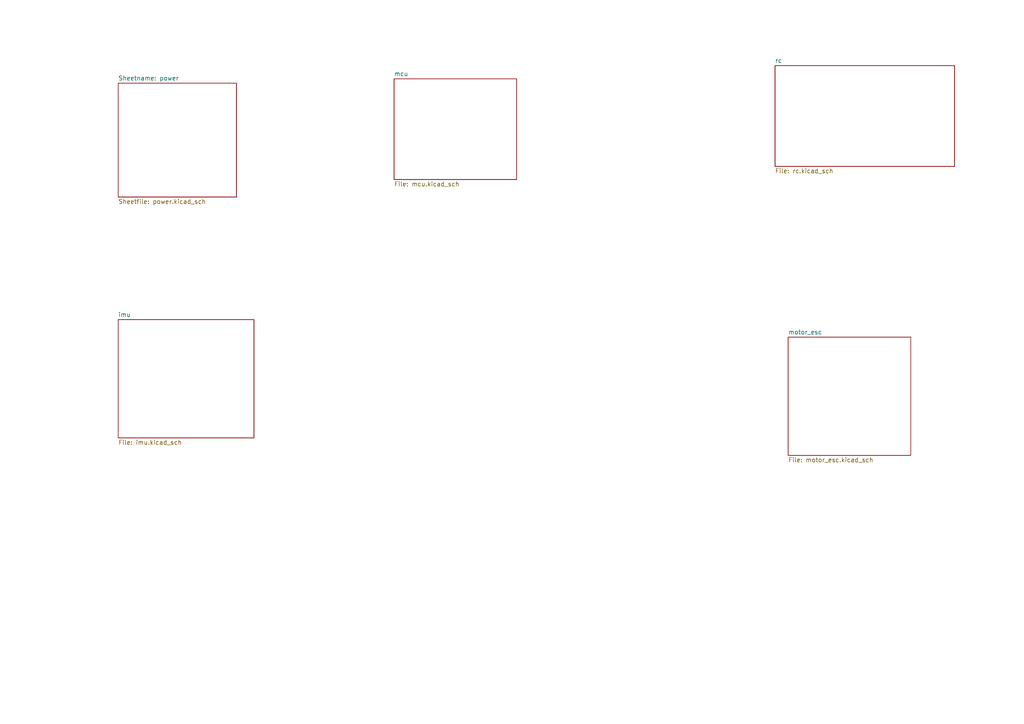
<source format=kicad_sch>
(kicad_sch
	(version 20250114)
	(generator "eeschema")
	(generator_version "9.0")
	(uuid "ec430d83-72cd-4950-a197-fb5338d7c552")
	(paper "A4")
	(title_block
		(title "NeoDrone V1 - The PCB Drone")
		(date "2025-12-23")
		(rev "v1")
		(company "NeoDrone")
		(comment 1 "Made by Dulat Sarbassov")
		(comment 2 "dulatello08")
	)
	(lib_symbols)
	(sheet
		(at 34.29 92.71)
		(size 39.37 34.29)
		(exclude_from_sim no)
		(in_bom yes)
		(on_board yes)
		(dnp no)
		(fields_autoplaced yes)
		(stroke
			(width 0.1524)
			(type solid)
		)
		(fill
			(color 0 0 0 0.0000)
		)
		(uuid "1b9cbd38-af89-4db4-8e2c-ab0ba94ad134")
		(property "Sheetname" "imu"
			(at 34.29 91.9984 0)
			(effects
				(font
					(size 1.27 1.27)
				)
				(justify left bottom)
			)
		)
		(property "Sheetfile" "imu.kicad_sch"
			(at 34.29 127.5846 0)
			(effects
				(font
					(size 1.27 1.27)
				)
				(justify left top)
			)
		)
		(instances
			(project "neodrone-v1"
				(path "/ec430d83-72cd-4950-a197-fb5338d7c552"
					(page "4")
				)
			)
		)
	)
	(sheet
		(at 34.29 24.13)
		(size 34.29 33.02)
		(exclude_from_sim no)
		(in_bom yes)
		(on_board yes)
		(dnp no)
		(fields_autoplaced yes)
		(stroke
			(width 0.1524)
			(type solid)
		)
		(fill
			(color 0 0 0 0.0000)
		)
		(uuid "88920746-bef0-4f3e-8bac-9af27e6bf079")
		(property "Sheetname" "power"
			(at 34.29 23.4184 0)
			(show_name yes)
			(effects
				(font
					(size 1.27 1.27)
				)
				(justify left bottom)
			)
		)
		(property "Sheetfile" "power.kicad_sch"
			(at 34.29 57.7346 0)
			(show_name yes)
			(effects
				(font
					(size 1.27 1.27)
				)
				(justify left top)
			)
		)
		(instances
			(project "neodrone-v1"
				(path "/ec430d83-72cd-4950-a197-fb5338d7c552"
					(page "2")
				)
			)
		)
	)
	(sheet
		(at 114.3 22.86)
		(size 35.56 29.21)
		(exclude_from_sim no)
		(in_bom yes)
		(on_board yes)
		(dnp no)
		(fields_autoplaced yes)
		(stroke
			(width 0.1524)
			(type solid)
		)
		(fill
			(color 0 0 0 0.0000)
		)
		(uuid "91a2a763-470d-4a4d-9e8e-b9069d2f4064")
		(property "Sheetname" "mcu"
			(at 114.3 22.1484 0)
			(effects
				(font
					(size 1.27 1.27)
				)
				(justify left bottom)
			)
		)
		(property "Sheetfile" "mcu.kicad_sch"
			(at 114.3 52.6546 0)
			(effects
				(font
					(size 1.27 1.27)
				)
				(justify left top)
			)
		)
		(instances
			(project "neodrone-v1"
				(path "/ec430d83-72cd-4950-a197-fb5338d7c552"
					(page "3")
				)
			)
		)
	)
	(sheet
		(at 228.6 97.79)
		(size 35.56 34.29)
		(exclude_from_sim no)
		(in_bom yes)
		(on_board yes)
		(dnp no)
		(fields_autoplaced yes)
		(stroke
			(width 0.1524)
			(type solid)
		)
		(fill
			(color 0 0 0 0.0000)
		)
		(uuid "b94dd048-e648-4a17-b37c-6f29cafaf69f")
		(property "Sheetname" "motor_esc"
			(at 228.6 97.0784 0)
			(effects
				(font
					(size 1.27 1.27)
				)
				(justify left bottom)
			)
		)
		(property "Sheetfile" "motor_esc.kicad_sch"
			(at 228.6 132.6646 0)
			(effects
				(font
					(size 1.27 1.27)
				)
				(justify left top)
			)
		)
		(instances
			(project "neodrone-v1"
				(path "/ec430d83-72cd-4950-a197-fb5338d7c552"
					(page "5")
				)
			)
		)
	)
	(sheet
		(at 224.79 19.05)
		(size 52.07 29.21)
		(exclude_from_sim no)
		(in_bom yes)
		(on_board yes)
		(dnp no)
		(fields_autoplaced yes)
		(stroke
			(width 0.1524)
			(type solid)
		)
		(fill
			(color 0 0 0 0.0000)
		)
		(uuid "be011dca-2643-4e01-a37d-4d0d0cf0d6d5")
		(property "Sheetname" "rc"
			(at 224.79 18.3384 0)
			(effects
				(font
					(size 1.27 1.27)
				)
				(justify left bottom)
			)
		)
		(property "Sheetfile" "rc.kicad_sch"
			(at 224.79 48.8446 0)
			(effects
				(font
					(size 1.27 1.27)
				)
				(justify left top)
			)
		)
		(instances
			(project "neodrone-v1"
				(path "/ec430d83-72cd-4950-a197-fb5338d7c552"
					(page "6")
				)
			)
		)
	)
	(sheet_instances
		(path "/"
			(page "1")
		)
	)
	(embedded_fonts no)
)

</source>
